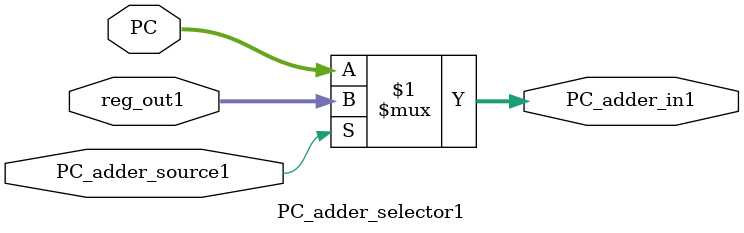
<source format=v>
`timescale 1ns / 1ps


module PC_adder_selector1(
    input           PC_adder_source1, 
    input   [31:0]  PC, reg_out1, 
    output  [31:0]  PC_adder_in1
);
    
    
    assign PC_adder_in1 = (PC_adder_source1) ? reg_out1 : PC;
endmodule

</source>
